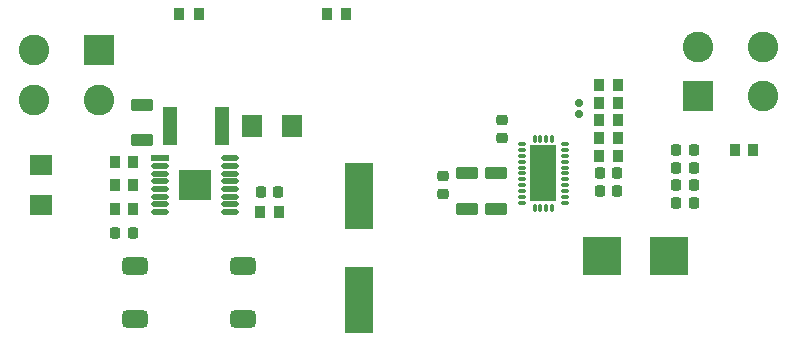
<source format=gts>
G04*
G04 #@! TF.GenerationSoftware,Altium Limited,Altium Designer,19.1.6 (110)*
G04*
G04 Layer_Color=8388736*
%FSLAX43Y43*%
%MOMM*%
G71*
G01*
G75*
%ADD13R,2.300X4.700*%
%ADD14O,0.350X0.800*%
%ADD15O,0.800X0.350*%
%ADD16R,3.300X3.250*%
G04:AMPARAMS|DCode=17|XSize=1mm|YSize=0.9mm|CornerRadius=0.25mm|HoleSize=0mm|Usage=FLASHONLY|Rotation=0.000|XOffset=0mm|YOffset=0mm|HoleType=Round|Shape=RoundedRectangle|*
%AMROUNDEDRECTD17*
21,1,1.000,0.400,0,0,0.0*
21,1,0.500,0.900,0,0,0.0*
1,1,0.500,0.250,-0.200*
1,1,0.500,-0.250,-0.200*
1,1,0.500,-0.250,0.200*
1,1,0.500,0.250,0.200*
%
%ADD17ROUNDEDRECTD17*%
%ADD18R,0.950X1.000*%
%ADD19R,0.900X1.050*%
G04:AMPARAMS|DCode=20|XSize=1mm|YSize=0.9mm|CornerRadius=0.25mm|HoleSize=0mm|Usage=FLASHONLY|Rotation=90.000|XOffset=0mm|YOffset=0mm|HoleType=Round|Shape=RoundedRectangle|*
%AMROUNDEDRECTD20*
21,1,1.000,0.400,0,0,90.0*
21,1,0.500,0.900,0,0,90.0*
1,1,0.500,0.200,0.250*
1,1,0.500,0.200,-0.250*
1,1,0.500,-0.200,-0.250*
1,1,0.500,-0.200,0.250*
%
%ADD20ROUNDEDRECTD20*%
G04:AMPARAMS|DCode=21|XSize=1.9mm|YSize=1.1mm|CornerRadius=0.3mm|HoleSize=0mm|Usage=FLASHONLY|Rotation=0.000|XOffset=0mm|YOffset=0mm|HoleType=Round|Shape=RoundedRectangle|*
%AMROUNDEDRECTD21*
21,1,1.900,0.500,0,0,0.0*
21,1,1.300,1.100,0,0,0.0*
1,1,0.600,0.650,-0.250*
1,1,0.600,-0.650,-0.250*
1,1,0.600,-0.650,0.250*
1,1,0.600,0.650,0.250*
%
%ADD21ROUNDEDRECTD21*%
G04:AMPARAMS|DCode=22|XSize=0.6mm|YSize=0.6mm|CornerRadius=0.175mm|HoleSize=0mm|Usage=FLASHONLY|Rotation=180.000|XOffset=0mm|YOffset=0mm|HoleType=Round|Shape=RoundedRectangle|*
%AMROUNDEDRECTD22*
21,1,0.600,0.250,0,0,180.0*
21,1,0.250,0.600,0,0,180.0*
1,1,0.350,-0.125,0.125*
1,1,0.350,0.125,0.125*
1,1,0.350,0.125,-0.125*
1,1,0.350,-0.125,-0.125*
%
%ADD22ROUNDEDRECTD22*%
%ADD23R,1.900X1.800*%
G04:AMPARAMS|DCode=24|XSize=2.2mm|YSize=1.5mm|CornerRadius=0.4mm|HoleSize=0mm|Usage=FLASHONLY|Rotation=0.000|XOffset=0mm|YOffset=0mm|HoleType=Round|Shape=RoundedRectangle|*
%AMROUNDEDRECTD24*
21,1,2.200,0.700,0,0,0.0*
21,1,1.400,1.500,0,0,0.0*
1,1,0.800,0.700,-0.350*
1,1,0.800,-0.700,-0.350*
1,1,0.800,-0.700,0.350*
1,1,0.800,0.700,0.350*
%
%ADD24ROUNDEDRECTD24*%
%ADD25R,2.760X2.560*%
%ADD26O,1.500X0.550*%
%ADD27R,1.500X0.550*%
%ADD28R,2.450X5.550*%
%ADD29R,1.150X3.300*%
%ADD30R,1.800X1.900*%
%ADD31C,2.600*%
%ADD32R,2.600X2.600*%
D13*
X98500Y64500D02*
D03*
D14*
X99250Y61575D02*
D03*
X98750Y61575D02*
D03*
X98250Y61575D02*
D03*
X97750D02*
D03*
Y67425D02*
D03*
X98250D02*
D03*
X98750Y67425D02*
D03*
X99250Y67425D02*
D03*
D15*
X96675Y62000D02*
D03*
Y62500D02*
D03*
Y63000D02*
D03*
Y63500D02*
D03*
Y64000D02*
D03*
Y64500D02*
D03*
Y65000D02*
D03*
Y65500D02*
D03*
Y66000D02*
D03*
Y66500D02*
D03*
Y67000D02*
D03*
X100325D02*
D03*
X100325Y66500D02*
D03*
X100325Y66000D02*
D03*
Y65500D02*
D03*
Y65000D02*
D03*
Y64500D02*
D03*
Y64000D02*
D03*
Y63500D02*
D03*
Y63000D02*
D03*
Y62500D02*
D03*
Y62000D02*
D03*
D16*
X109100Y57500D02*
D03*
X103500Y57500D02*
D03*
D17*
X95000Y69000D02*
D03*
X95000Y67500D02*
D03*
X90000Y64250D02*
D03*
X90000Y62750D02*
D03*
D18*
X114725Y66500D02*
D03*
X116275D02*
D03*
X103225Y67500D02*
D03*
X104775D02*
D03*
X103225Y66000D02*
D03*
X104775D02*
D03*
Y72000D02*
D03*
X103225D02*
D03*
Y70500D02*
D03*
X104775D02*
D03*
Y69000D02*
D03*
X103225D02*
D03*
X74525Y61200D02*
D03*
X76075D02*
D03*
X62225Y61500D02*
D03*
X63775D02*
D03*
Y63500D02*
D03*
X62225D02*
D03*
X63775Y65450D02*
D03*
X62225D02*
D03*
D19*
X81825Y78000D02*
D03*
X80175D02*
D03*
X67675D02*
D03*
X69325D02*
D03*
D20*
X109750Y66500D02*
D03*
X111250Y66500D02*
D03*
X109750Y62000D02*
D03*
X111250Y62000D02*
D03*
X109750Y63500D02*
D03*
X111250Y63500D02*
D03*
X109750Y65000D02*
D03*
X111250Y65000D02*
D03*
X103250Y64500D02*
D03*
X104750Y64500D02*
D03*
X103250Y63000D02*
D03*
X104750Y63000D02*
D03*
X63750Y59500D02*
D03*
X62250Y59500D02*
D03*
X76050Y62900D02*
D03*
X74550Y62900D02*
D03*
D21*
X92000Y64500D02*
D03*
X92000Y61500D02*
D03*
X94500Y64500D02*
D03*
Y61500D02*
D03*
X64500Y70300D02*
D03*
Y67300D02*
D03*
D22*
X101500Y70500D02*
D03*
Y69500D02*
D03*
D23*
X56000Y65200D02*
D03*
Y61800D02*
D03*
D24*
X63950Y52160D02*
D03*
X73050D02*
D03*
Y56640D02*
D03*
X63950D02*
D03*
D25*
X69000Y63500D02*
D03*
D26*
X71950Y61225D02*
D03*
Y61875D02*
D03*
Y62525D02*
D03*
Y63175D02*
D03*
Y63825D02*
D03*
Y64475D02*
D03*
Y65125D02*
D03*
Y65775D02*
D03*
X66050Y61225D02*
D03*
Y61875D02*
D03*
Y62525D02*
D03*
Y63175D02*
D03*
Y63825D02*
D03*
Y64475D02*
D03*
Y65125D02*
D03*
D27*
Y65775D02*
D03*
D28*
X82900Y53800D02*
D03*
Y62600D02*
D03*
D29*
X66925Y68500D02*
D03*
X71275D02*
D03*
D30*
X77200D02*
D03*
X73800D02*
D03*
D31*
X117100Y71050D02*
D03*
X117100Y75250D02*
D03*
X111600D02*
D03*
X55400Y74950D02*
D03*
X55400Y70750D02*
D03*
X60900D02*
D03*
D32*
X111600Y71050D02*
D03*
X60900Y74950D02*
D03*
M02*

</source>
